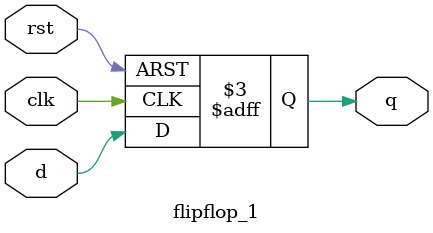
<source format=sv>
module flipflop_1 (
   input d,
   input clk,
   input rst,
   output reg q
);
   always_ff @(negedge clk or posedge rst) begin
      if(rst==1) q<=0;
      else q<=d;
   end
endmodule

</source>
